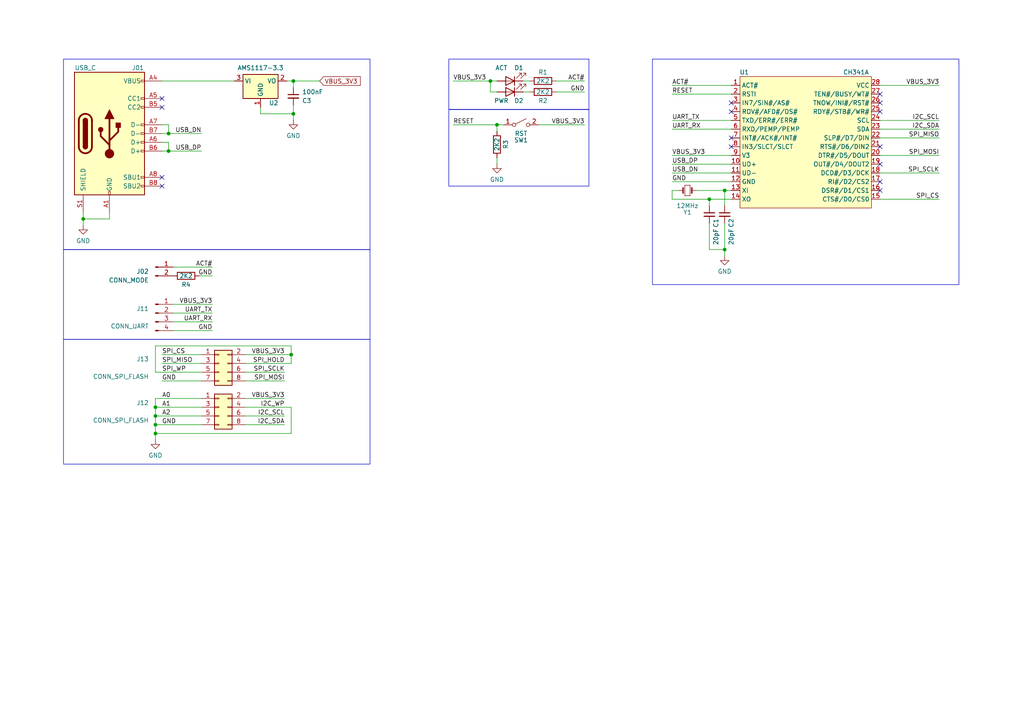
<source format=kicad_sch>
(kicad_sch (version 20250114) (generator "eeschema") (generator_version "9.0")
  (paper "A4")
  (title_block (title "CH341A USB-C Breakout") (date "2025-05-09") (rev "MkI") (company "ADBeta"))
  (lib_symbols
    (symbol "Connector:Conn_01x02_Pin" (pin_names (offset 1.016) (hide yes))
      (property "Reference" "J" (at 0 2.54 0))
      (property "Value" "Conn_01x02_Pin" (at 0 -5.08 0))
      (symbol "Conn_01x02_Pin_1_1"
        (rectangle (start 0.8636 0.127) (end 0 -0.127) (stroke (width 0.1524)) (fill (type outline)))
        (rectangle (start 0.8636 -2.413) (end 0 -2.667) (stroke (width 0.1524)) (fill (type outline)))
        (polyline (pts (xy 1.27 0) (xy 0.8636 0)) (stroke (width 0.1524)))
        (polyline (pts (xy 1.27 -2.54) (xy 0.8636 -2.54)) (stroke (width 0.1524)))
        (pin passive line (at 5.08 0 180) (length 3.81) (name "Pin_1") (number "1"))
        (pin passive line (at 5.08 -2.54 180) (length 3.81) (name "Pin_2") (number "2"))
      )
    )
    (symbol "Connector:Conn_01x04_Pin" (pin_names (offset 1.016) (hide yes))
      (property "Reference" "J" (at 0 5.08 0))
      (property "Value" "Conn_01x04_Pin" (at 0 -7.62 0))
      (symbol "Conn_01x04_Pin_1_1"
        (rectangle (start 0.8636 2.667) (end 0 2.413) (stroke (width 0.1524)) (fill (type outline)))
        (rectangle (start 0.8636 0.127) (end 0 -0.127) (stroke (width 0.1524)) (fill (type outline)))
        (rectangle (start 0.8636 -2.413) (end 0 -2.667) (stroke (width 0.1524)) (fill (type outline)))
        (rectangle (start 0.8636 -4.953) (end 0 -5.207) (stroke (width 0.1524)) (fill (type outline)))
        (polyline (pts (xy 1.27 2.54) (xy 0.8636 2.54)) (stroke (width 0.1524)))
        (polyline (pts (xy 1.27 0) (xy 0.8636 0)) (stroke (width 0.1524)))
        (polyline (pts (xy 1.27 -2.54) (xy 0.8636 -2.54)) (stroke (width 0.1524)))
        (polyline (pts (xy 1.27 -5.08) (xy 0.8636 -5.08)) (stroke (width 0.1524)))
        (pin passive line (at 5.08 2.54 180) (length 3.81) (name "Pin_1") (number "1"))
        (pin passive line (at 5.08 0 180) (length 3.81) (name "Pin_2") (number "2"))
        (pin passive line (at 5.08 -2.54 180) (length 3.81) (name "Pin_3") (number "3"))
        (pin passive line (at 5.08 -5.08 180) (length 3.81) (name "Pin_4") (number "4"))
      )
    )
    (symbol "Connector:USB_C_Receptacle_USB2.0_16P" (pin_names (offset 1.016))
      (property "Reference" "J" (at 0 22.225 0))
      (property "Value" "USB_C_Receptacle_USB2.0_16P" (at 0 19.685 0))
      (symbol "USB_C_Receptacle_USB2.0_16P_0_0"
        (rectangle (start -0.254 -17.78) (end 0.254 -16.764))
        (rectangle (start 10.16 15.494) (end 9.144 14.986))
        (rectangle (start 10.16 10.414) (end 9.144 9.906))
        (rectangle (start 10.16 7.874) (end 9.144 7.366))
        (rectangle (start 10.16 2.794) (end 9.144 2.286))
        (rectangle (start 10.16 0.254) (end 9.144 -0.254))
        (rectangle (start 10.16 -2.286) (end 9.144 -2.794))
        (rectangle (start 10.16 -4.826) (end 9.144 -5.334))
        (rectangle (start 10.16 -12.446) (end 9.144 -12.954))
        (rectangle (start 10.16 -14.986) (end 9.144 -15.494))
      )
      (symbol "USB_C_Receptacle_USB2.0_16P_0_1"
        (rectangle (start -10.16 17.78) (end 10.16 -17.78) (stroke (width 0.254)) (fill (type background)))
        (polyline (pts (xy -8.89 -3.81) (xy -8.89 3.81)) (stroke (width 0.508)))
        (rectangle (start -7.62 -3.81) (end -6.35 3.81) (stroke (width 0.254)) (fill (type outline)))
        (arc (start -7.62 3.81) (mid -6.985 4.4423) (end -6.35 3.81) (stroke (width 0.254)))
        (arc (start -7.62 3.81) (mid -6.985 4.4423) (end -6.35 3.81) (stroke (width 0.254)) (fill (type outline)))
        (arc (start -8.89 3.81) (mid -6.985 5.7067) (end -5.08 3.81) (stroke (width 0.508)))
        (arc (start -5.08 -3.81) (mid -6.985 -5.7067) (end -8.89 -3.81) (stroke (width 0.508)))
        (arc (start -6.35 -3.81) (mid -6.985 -4.4423) (end -7.62 -3.81) (stroke (width 0.254)))
        (arc (start -6.35 -3.81) (mid -6.985 -4.4423) (end -7.62 -3.81) (stroke (width 0.254)) (fill (type outline)))
        (polyline (pts (xy -5.08 3.81) (xy -5.08 -3.81)) (stroke (width 0.508)))
        (circle (center -2.54 1.143) (radius 0.635) (stroke (width 0.254)) (fill (type outline)))
        (polyline (pts (xy -1.27 4.318) (xy 0 6.858) (xy 1.27 4.318) (xy -1.27 4.318)) (stroke (width 0.254)) (fill (type outline)))
        (polyline (pts (xy 0 -2.032) (xy 2.54 0.508) (xy 2.54 1.778)) (stroke (width 0.508)))
        (polyline (pts (xy 0 -3.302) (xy -2.54 -0.762) (xy -2.54 0.508)) (stroke (width 0.508)))
        (polyline (pts (xy 0 -5.842) (xy 0 4.318)) (stroke (width 0.508)))
        (circle (center 0 -5.842) (radius 1.27) (fill (type outline)))
        (rectangle (start 1.905 1.778) (end 3.175 3.048) (stroke (width 0.254)) (fill (type outline)))
      )
      (symbol "USB_C_Receptacle_USB2.0_16P_1_1"
        (pin passive line (at -7.62 -22.86 90) (length 5.08) (name "SHIELD") (number "S1"))
        (pin passive line (at 0 -22.86 90) (length 5.08) (name "GND") (number "A1"))
        (pin passive line (at 0 -22.86 90) (length 5.08) (hide yes) (name "GND") (number "A12"))
        (pin passive line (at 0 -22.86 90) (length 5.08) (hide yes) (name "GND") (number "B1"))
        (pin passive line (at 0 -22.86 90) (length 5.08) (hide yes) (name "GND") (number "B12"))
        (pin passive line (at 15.24 15.24 180) (length 5.08) (name "VBUS") (number "A4"))
        (pin passive line (at 15.24 15.24 180) (length 5.08) (hide yes) (name "VBUS") (number "A9"))
        (pin passive line (at 15.24 15.24 180) (length 5.08) (hide yes) (name "VBUS") (number "B4"))
        (pin passive line (at 15.24 15.24 180) (length 5.08) (hide yes) (name "VBUS") (number "B9"))
        (pin bidirectional line (at 15.24 10.16 180) (length 5.08) (name "CC1") (number "A5"))
        (pin bidirectional line (at 15.24 7.62 180) (length 5.08) (name "CC2") (number "B5"))
        (pin bidirectional line (at 15.24 2.54 180) (length 5.08) (name "D-") (number "A7"))
        (pin bidirectional line (at 15.24 0 180) (length 5.08) (name "D-") (number "B7"))
        (pin bidirectional line (at 15.24 -2.54 180) (length 5.08) (name "D+") (number "A6"))
        (pin bidirectional line (at 15.24 -5.08 180) (length 5.08) (name "D+") (number "B6"))
        (pin bidirectional line (at 15.24 -12.7 180) (length 5.08) (name "SBU1") (number "A8"))
        (pin bidirectional line (at 15.24 -15.24 180) (length 5.08) (name "SBU2") (number "B8"))
      )
    )
    (symbol "Connector_Generic:Conn_02x04_Odd_Even" (pin_names (offset 1.016) (hide yes))
      (property "Reference" "J" (at 1.27 5.08 0))
      (property "Value" "Conn_02x04_Odd_Even" (at 1.27 -7.62 0))
      (symbol "Conn_02x04_Odd_Even_1_1"
        (rectangle (start -1.27 3.81) (end 3.81 -6.35) (stroke (width 0.254)) (fill (type background)))
        (rectangle (start -1.27 2.667) (end 0 2.413) (stroke (width 0.1524)))
        (rectangle (start -1.27 0.127) (end 0 -0.127) (stroke (width 0.1524)))
        (rectangle (start -1.27 -2.413) (end 0 -2.667) (stroke (width 0.1524)))
        (rectangle (start -1.27 -4.953) (end 0 -5.207) (stroke (width 0.1524)))
        (rectangle (start 3.81 2.667) (end 2.54 2.413) (stroke (width 0.1524)))
        (rectangle (start 3.81 0.127) (end 2.54 -0.127) (stroke (width 0.1524)))
        (rectangle (start 3.81 -2.413) (end 2.54 -2.667) (stroke (width 0.1524)))
        (rectangle (start 3.81 -4.953) (end 2.54 -5.207) (stroke (width 0.1524)))
        (pin passive line (at -5.08 2.54 0) (length 3.81) (name "Pin_1") (number "1"))
        (pin passive line (at -5.08 0 0) (length 3.81) (name "Pin_3") (number "3"))
        (pin passive line (at -5.08 -2.54 0) (length 3.81) (name "Pin_5") (number "5"))
        (pin passive line (at -5.08 -5.08 0) (length 3.81) (name "Pin_7") (number "7"))
        (pin passive line (at 7.62 2.54 180) (length 3.81) (name "Pin_2") (number "2"))
        (pin passive line (at 7.62 0 180) (length 3.81) (name "Pin_4") (number "4"))
        (pin passive line (at 7.62 -2.54 180) (length 3.81) (name "Pin_6") (number "6"))
        (pin passive line (at 7.62 -5.08 180) (length 3.81) (name "Pin_8") (number "8"))
      )
    )
    (symbol "Device:C_Small" (pin_numbers (hide yes)) (pin_names (offset 0.254) (hide yes))
      (property "Reference" "C" (at 0.254 1.778 0))
      (property "Value" "C_Small" (at 0.254 -2.032 0))
      (symbol "C_Small_0_1"
        (polyline (pts (xy -1.524 0.508) (xy 1.524 0.508)) (stroke (width 0.3048)))
        (polyline (pts (xy -1.524 -0.508) (xy 1.524 -0.508)) (stroke (width 0.3302)))
      )
      (symbol "C_Small_1_1"
        (pin passive line (at 0 2.54 270) (length 2.032) (name "~") (number "1"))
        (pin passive line (at 0 -2.54 90) (length 2.032) (name "~") (number "2"))
      )
    )
    (symbol "Device:Crystal_Small" (pin_numbers (hide yes)) (pin_names (offset 1.016) (hide yes))
      (property "Reference" "Y" (at 0 2.54 0))
      (property "Value" "Crystal_Small" (at 0 -2.54 0))
      (symbol "Crystal_Small_0_1"
        (polyline (pts (xy -1.27 -0.762) (xy -1.27 0.762)) (stroke (width 0.381)))
        (rectangle (start -0.762 -1.524) (end 0.762 1.524))
        (polyline (pts (xy 1.27 -0.762) (xy 1.27 0.762)) (stroke (width 0.381)))
      )
      (symbol "Crystal_Small_1_1"
        (pin passive line (at -2.54 0 0) (length 1.27) (name "1") (number "1"))
        (pin passive line (at 2.54 0 180) (length 1.27) (name "2") (number "2"))
      )
    )
    (symbol "Device:LED" (pin_numbers (hide yes)) (pin_names (offset 1.016) (hide yes))
      (property "Reference" "D" (at 0 2.54 0))
      (property "Value" "LED" (at 0 -2.54 0))
      (symbol "LED_0_1"
        (polyline (pts (xy -3.048 -0.762) (xy -4.572 -2.286) (xy -3.81 -2.286) (xy -4.572 -2.286) (xy -4.572 -1.524)))
        (polyline (pts (xy -1.778 -0.762) (xy -3.302 -2.286) (xy -2.54 -2.286) (xy -3.302 -2.286) (xy -3.302 -1.524)))
        (polyline (pts (xy -1.27 0) (xy 1.27 0)))
        (polyline (pts (xy -1.27 -1.27) (xy -1.27 1.27)) (stroke (width 0.254)))
        (polyline (pts (xy 1.27 -1.27) (xy 1.27 1.27) (xy -1.27 0) (xy 1.27 -1.27)) (stroke (width 0.254)))
      )
      (symbol "LED_1_1"
        (pin passive line (at -3.81 0 0) (length 2.54) (name "K") (number "1"))
        (pin passive line (at 3.81 0 180) (length 2.54) (name "A") (number "2"))
      )
    )
    (symbol "Device:R" (pin_numbers (hide yes)) (pin_names (offset 0))
      (property "Reference" "R" (at 2.032 0 90))
      (property "Value" "R" (at 0 0 90))
      (symbol "R_0_1"
        (rectangle (start -1.016 -2.54) (end 1.016 2.54) (stroke (width 0.254)))
      )
      (symbol "R_1_1"
        (pin passive line (at 0 3.81 270) (length 1.27) (name "~") (number "1"))
        (pin passive line (at 0 -3.81 90) (length 1.27) (name "~") (number "2"))
      )
    )
    (symbol "Regulator_Linear:AMS1117-3.3"
      (property "Reference" "U" (at -3.81 3.175 0))
      (property "Value" "AMS1117-3.3" (at 0 3.175 0))
      (symbol "AMS1117-3.3_0_1"
        (rectangle (start -5.08 -5.08) (end 5.08 1.905) (stroke (width 0.254)) (fill (type background)))
      )
      (symbol "AMS1117-3.3_1_1"
        (pin power_in line (at -7.62 0 0) (length 2.54) (name "VI") (number "3"))
        (pin power_in line (at 0 -7.62 90) (length 2.54) (name "GND") (number "1"))
        (pin power_out line (at 7.62 0 180) (length 2.54) (name "VO") (number "2"))
      )
    )
    (symbol "Switch:SW_SPST" (pin_names (offset 0) (hide yes))
      (property "Reference" "SW" (at 0 3.175 0))
      (property "Value" "SW_SPST" (at 0 -2.54 0))
      (symbol "SW_SPST_0_0"
        (circle (center -2.032 0) (radius 0.508))
        (polyline (pts (xy -1.524 0.254) (xy 1.524 1.778)))
        (circle (center 2.032 0) (radius 0.508))
      )
      (symbol "SW_SPST_1_1"
        (pin passive line (at -5.08 0 0) (length 2.54) (name "A") (number "1"))
        (pin passive line (at 5.08 0 180) (length 2.54) (name "B") (number "2"))
      )
    )
    (symbol "Symbols:CH341A"
      (property "Reference" "U" (at -18.542 20.32 0))
      (property "Value" "CH341A" (at 14.986 20.32 0))
      (symbol "CH341A_1_1"
        (rectangle (start -19.05 19.05) (end 19.05 -19.05) (fill (type background)))
        (pin input line (at -21.59 16.51 0) (length 2.54) (name "ACT#") (number "1"))
        (pin input line (at -21.59 13.97 0) (length 2.54) (name "RSTI") (number "2"))
        (pin input line (at -21.59 11.43 0) (length 2.54) (name "IN7/SIN#/AS#") (number "3"))
        (pin input line (at -21.59 8.89 0) (length 2.54) (name "ROV#/AFD#/DS#") (number "4"))
        (pin input line (at -21.59 6.35 0) (length 2.54) (name "TXD/ERR#/ERR#") (number "5"))
        (pin input line (at -21.59 3.81 0) (length 2.54) (name "RXD/PEMP/PEMP") (number "6"))
        (pin input line (at -21.59 1.27 0) (length 2.54) (name "INT#/ACK#/INT#") (number "7"))
        (pin input line (at -21.59 -1.27 0) (length 2.54) (name "IN3/SLCT/SLCT") (number "8"))
        (pin input line (at -21.59 -3.81 0) (length 2.54) (name "V3") (number "9"))
        (pin input line (at -21.59 -6.35 0) (length 2.54) (name "UD+") (number "10"))
        (pin input line (at -21.59 -8.89 0) (length 2.54) (name "UD-") (number "11"))
        (pin input line (at -21.59 -11.43 0) (length 2.54) (name "GND") (number "12"))
        (pin input line (at -21.59 -13.97 0) (length 2.54) (name "XI") (number "13"))
        (pin input line (at -21.59 -16.51 0) (length 2.54) (name "XO") (number "14"))
        (pin input line (at 21.59 16.51 180) (length 2.54) (name "VCC") (number "28"))
        (pin input line (at 21.59 13.97 180) (length 2.54) (name "TEN#/BUSY/WT#") (number "27"))
        (pin input line (at 21.59 11.43 180) (length 2.54) (name "TNOW/INI#/RST#") (number "26"))
        (pin input line (at 21.59 8.89 180) (length 2.54) (name "RDY#/STB#/WR#") (number "25"))
        (pin input line (at 21.59 6.35 180) (length 2.54) (name "SCL") (number "24"))
        (pin input line (at 21.59 3.81 180) (length 2.54) (name "SDA") (number "23"))
        (pin input line (at 21.59 1.27 180) (length 2.54) (name "SLP#/D7/DIN") (number "22"))
        (pin input line (at 21.59 -1.27 180) (length 2.54) (name "RTS#/D6/DIN2") (number "21"))
        (pin input line (at 21.59 -3.81 180) (length 2.54) (name "DTR#/D5/DOUT") (number "20"))
        (pin input line (at 21.59 -6.35 180) (length 2.54) (name "OUT#/D4/DOUT2") (number "19"))
        (pin input line (at 21.59 -8.89 180) (length 2.54) (name "DCD#/D3/DCK") (number "18"))
        (pin input line (at 21.59 -11.43 180) (length 2.54) (name "RI#/D2/CS2") (number "17"))
        (pin input line (at 21.59 -13.97 180) (length 2.54) (name "DSR#/D1/CS1") (number "16"))
        (pin input line (at 21.59 -16.51 180) (length 2.54) (name "CTS#/D0/CS0") (number "15"))
      )
    )
    (symbol "power:GND" (power) (pin_numbers (hide yes)) (pin_names (offset 0) (hide yes))
      (property "Value" "GND" (at 0 -3.81 0))
      (symbol "GND_0_1"
        (polyline (pts (xy 0 0) (xy 0 -1.27) (xy 1.27 -1.27) (xy 0 -2.54) (xy -1.27 -1.27) (xy 0 -1.27)))
      )
      (symbol "GND_1_1"
        (pin power_in line (at 0 0 270) (length 0) (name "~") (number "1"))
      )
    )
  )
  (rectangle (start 18.415 17.145) (end 107.315 72.39))
  (rectangle (start 189.23 17.145) (end 278.13 82.55))
  (rectangle (start 18.415 72.39) (end 107.315 98.425))
  (rectangle (start 18.415 98.425) (end 107.315 134.62))
  (rectangle (start 130.175 17.145) (end 170.815 31.75))
  (rectangle (start 130.175 31.75) (end 170.815 53.975))
  (junction (at 210.185 72.39))
  (junction (at 45.085 120.65))
  (junction (at 48.895 38.735))
  (junction (at 210.185 55.245))
  (junction (at 142.24 23.495))
  (junction (at 144.145 36.195))
  (junction (at 85.09 33.02))
  (junction (at 45.085 118.11))
  (junction (at 85.09 23.495))
  (junction (at 48.895 43.815))
  (junction (at 84.455 102.87))
  (junction (at 24.13 63.5))
  (junction (at 45.085 123.19))
  (junction (at 205.74 57.785))
  (junction (at 45.085 125.73))
  (no_connect (at 255.27 55.245))
  (no_connect (at 212.09 32.385))
  (no_connect (at 255.27 47.625))
  (no_connect (at 255.27 32.385))
  (no_connect (at 46.99 31.115))
  (no_connect (at 255.27 42.545))
  (no_connect (at 255.27 29.845))
  (no_connect (at 46.99 53.975))
  (no_connect (at 46.99 51.435))
  (no_connect (at 255.27 52.705))
  (no_connect (at 212.09 42.545))
  (no_connect (at 46.99 28.575))
  (no_connect (at 212.09 29.845))
  (no_connect (at 212.09 40.005))
  (no_connect (at 255.27 27.305))
  (wire (pts (xy 85.09 23.495) (xy 85.09 25.4)))
  (wire (pts (xy 142.24 26.67) (xy 144.145 26.67)))
  (wire (pts (xy 45.085 118.11) (xy 45.085 120.65)))
  (wire (pts (xy 71.12 123.19) (xy 82.55 123.19)))
  (wire (pts (xy 210.185 64.77) (xy 210.185 72.39)))
  (wire (pts (xy 205.74 57.785) (xy 212.09 57.785)))
  (wire (pts (xy 196.85 55.245) (xy 194.945 55.245)))
  (wire (pts (xy 46.99 105.41) (xy 58.42 105.41)))
  (wire (pts (xy 85.09 33.02) (xy 85.09 34.925)))
  (wire (pts (xy 255.27 40.005) (xy 272.415 40.005)))
  (wire (pts (xy 255.27 34.925) (xy 272.415 34.925)))
  (wire (pts (xy 156.21 36.195) (xy 169.545 36.195)))
  (wire (pts (xy 50.165 93.345) (xy 61.595 93.345)))
  (wire (pts (xy 85.09 30.48) (xy 85.09 33.02)))
  (wire (pts (xy 45.085 120.65) (xy 58.42 120.65)))
  (wire (pts (xy 71.12 118.11) (xy 84.455 118.11)))
  (wire (pts (xy 50.165 88.265) (xy 61.595 88.265)))
  (wire (pts (xy 50.165 90.805) (xy 61.595 90.805)))
  (wire (pts (xy 205.74 57.785) (xy 205.74 59.69)))
  (wire (pts (xy 45.085 123.19) (xy 45.085 125.73)))
  (wire (pts (xy 194.945 47.625) (xy 212.09 47.625)))
  (wire (pts (xy 45.085 107.95) (xy 58.42 107.95)))
  (wire (pts (xy 194.945 55.245) (xy 194.945 57.785)))
  (wire (pts (xy 194.945 52.705) (xy 212.09 52.705)))
  (wire (pts (xy 144.145 36.195) (xy 144.145 38.1)))
  (wire (pts (xy 151.765 23.495) (xy 153.67 23.495)))
  (wire (pts (xy 205.74 72.39) (xy 210.185 72.39)))
  (wire (pts (xy 46.99 38.735) (xy 48.895 38.735)))
  (wire (pts (xy 210.185 55.245) (xy 210.185 59.69)))
  (wire (pts (xy 142.24 23.495) (xy 142.24 26.67)))
  (wire (pts (xy 161.29 26.67) (xy 169.545 26.67)))
  (wire (pts (xy 45.085 120.65) (xy 45.085 123.19)))
  (wire (pts (xy 75.565 31.115) (xy 75.565 33.02)))
  (wire (pts (xy 84.455 125.73) (xy 45.085 125.73)))
  (wire (pts (xy 46.99 43.815) (xy 48.895 43.815)))
  (wire (pts (xy 161.29 23.495) (xy 169.545 23.495)))
  (wire (pts (xy 194.945 24.765) (xy 212.09 24.765)))
  (wire (pts (xy 210.185 55.245) (xy 212.09 55.245)))
  (wire (pts (xy 48.895 38.735) (xy 48.895 36.195)))
  (wire (pts (xy 194.945 34.925) (xy 212.09 34.925)))
  (wire (pts (xy 24.13 63.5) (xy 24.13 65.405)))
  (wire (pts (xy 131.445 36.195) (xy 144.145 36.195)))
  (wire (pts (xy 71.12 115.57) (xy 82.55 115.57)))
  (wire (pts (xy 45.085 100.33) (xy 84.455 100.33)))
  (wire (pts (xy 205.74 64.77) (xy 205.74 72.39)))
  (wire (pts (xy 255.27 24.765) (xy 272.415 24.765)))
  (wire (pts (xy 46.99 110.49) (xy 58.42 110.49)))
  (wire (pts (xy 255.27 37.465) (xy 272.415 37.465)))
  (wire (pts (xy 45.085 118.11) (xy 58.42 118.11)))
  (wire (pts (xy 194.945 45.085) (xy 212.09 45.085)))
  (wire (pts (xy 255.27 50.165) (xy 272.415 50.165)))
  (wire (pts (xy 71.12 102.87) (xy 84.455 102.87)))
  (wire (pts (xy 194.945 50.165) (xy 212.09 50.165)))
  (wire (pts (xy 57.785 80.01) (xy 61.595 80.01)))
  (wire (pts (xy 46.99 102.87) (xy 58.42 102.87)))
  (wire (pts (xy 48.895 41.275) (xy 46.99 41.275)))
  (wire (pts (xy 84.455 118.11) (xy 84.455 125.73)))
  (wire (pts (xy 255.27 57.785) (xy 272.415 57.785)))
  (wire (pts (xy 151.765 26.67) (xy 153.67 26.67)))
  (wire (pts (xy 144.145 45.72) (xy 144.145 47.625)))
  (wire (pts (xy 85.09 33.02) (xy 75.565 33.02)))
  (wire (pts (xy 45.085 115.57) (xy 58.42 115.57)))
  (wire (pts (xy 194.945 27.305) (xy 212.09 27.305)))
  (wire (pts (xy 71.12 105.41) (xy 84.455 105.41)))
  (wire (pts (xy 71.12 107.95) (xy 82.55 107.95)))
  (wire (pts (xy 71.12 120.65) (xy 82.55 120.65)))
  (wire (pts (xy 83.185 23.495) (xy 85.09 23.495)))
  (wire (pts (xy 146.05 36.195) (xy 144.145 36.195)))
  (wire (pts (xy 45.085 115.57) (xy 45.085 118.11)))
  (wire (pts (xy 255.27 45.085) (xy 272.415 45.085)))
  (wire (pts (xy 45.085 125.73) (xy 45.085 127.635)))
  (wire (pts (xy 84.455 100.33) (xy 84.455 102.87)))
  (wire (pts (xy 84.455 102.87) (xy 84.455 105.41)))
  (wire (pts (xy 45.085 123.19) (xy 58.42 123.19)))
  (wire (pts (xy 194.945 57.785) (xy 205.74 57.785)))
  (wire (pts (xy 210.185 72.39) (xy 210.185 74.295)))
  (wire (pts (xy 46.99 23.495) (xy 67.945 23.495)))
  (wire (pts (xy 24.13 63.5) (xy 24.13 61.595)))
  (wire (pts (xy 71.12 110.49) (xy 82.55 110.49)))
  (wire (pts (xy 45.085 107.95) (xy 45.085 100.33)))
  (wire (pts (xy 194.945 37.465) (xy 212.09 37.465)))
  (wire (pts (xy 201.93 55.245) (xy 210.185 55.245)))
  (wire (pts (xy 50.165 95.885) (xy 61.595 95.885)))
  (wire (pts (xy 48.895 36.195) (xy 46.99 36.195)))
  (wire (pts (xy 48.895 43.815) (xy 58.42 43.815)))
  (wire (pts (xy 131.445 23.495) (xy 142.24 23.495)))
  (wire (pts (xy 48.895 38.735) (xy 58.42 38.735)))
  (wire (pts (xy 31.75 63.5) (xy 24.13 63.5)))
  (wire (pts (xy 85.09 23.495) (xy 92.71 23.495)))
  (wire (pts (xy 144.145 23.495) (xy 142.24 23.495)))
  (wire (pts (xy 50.165 77.47) (xy 61.595 77.47)))
  (wire (pts (xy 48.895 43.815) (xy 48.895 41.275)))
  (wire (pts (xy 31.75 61.595) (xy 31.75 63.5)))
  (label "SPI_MISO" (at 272.415 40.005 180))
  (label "VBUS_3V3" (at 131.445 23.495 0))
  (label "VBUS_3V3" (at 169.545 36.195 180))
  (label "GND" (at 46.99 123.19 0))
  (label "SPI_SCLK" (at 82.55 107.95 180))
  (label "USB_DN" (at 194.945 50.165 0))
  (label "A1" (at 46.99 118.11 0))
  (label "SPI_CS" (at 46.99 102.87 0))
  (label "ACT#" (at 194.945 24.765 0))
  (label "SPI_MISO" (at 46.99 105.41 0))
  (label "UART_TX" (at 61.595 90.805 180))
  (label "USB_DP" (at 194.945 47.625 0))
  (label "A2" (at 46.99 120.65 0))
  (label "GND" (at 194.945 52.705 0))
  (label "A0" (at 46.99 115.57 0))
  (label "SPI_HOLD" (at 82.55 105.41 180))
  (label "ACT#" (at 61.595 77.47 180))
  (label "VBUS_3V3" (at 61.595 88.265 180))
  (label "USB_DN" (at 58.42 38.735 180))
  (label "SPI_CS" (at 272.415 57.785 180))
  (label "RESET" (at 131.445 36.195 0))
  (label "I2C_WP" (at 82.55 118.11 180))
  (label "SPI_MOSI" (at 272.415 45.085 180))
  (label "SPI_WP" (at 46.99 107.95 0))
  (label "I2C_SCL" (at 272.415 34.925 180))
  (label "UART_RX" (at 194.945 37.465 0))
  (label "I2C_SDA" (at 82.55 123.19 180))
  (label "USB_DP" (at 58.42 43.815 180))
  (label "GND" (at 46.99 110.49 0))
  (label "SPI_SCLK" (at 272.415 50.165 180))
  (label "VBUS_3V3" (at 82.55 102.87 180))
  (label "VBUS_3V3" (at 194.945 45.085 0))
  (label "GND" (at 61.595 95.885 180))
  (label "SPI_MOSI" (at 82.55 110.49 180))
  (label "VBUS_3V3" (at 82.55 115.57 180))
  (label "I2C_SCL" (at 82.55 120.65 180))
  (label "GND" (at 61.595 80.01 180))
  (label "I2C_SDA" (at 272.415 37.465 180))
  (label "UART_TX" (at 194.945 34.925 0))
  (label "VBUS_3V3" (at 272.415 24.765 180))
  (label "RESET" (at 194.945 27.305 0))
  (label "GND" (at 169.545 26.67 180))
  (label "ACT#" (at 169.545 23.495 180))
  (label "UART_RX" (at 61.595 93.345 180))
  (global_label "VBUS_3V3" (shape input) (at 92.71 23.495 0) (property "Intersheetrefs" "${INTERSHEET_REFS}" (effects (hide yes))))
  (symbol (lib_id "Device:LED") (at 147.955 26.67 180) (unit 1)
    (property "Reference" "D2" (at 150.495 29.21 0))
    (property "Value" "PWR" (at 145.415 29.21 0))
    (property "Footprint" "LED_SMD:LED_0603_1608Metric" (effects (hide yes)))
    (property "Description" "Light emitting diode" (effects (hide yes)))
    (property "Sim.Pins" "1=K 2=A" (effects (hide yes)))
  )
  (symbol (lib_id "Device:C_Small") (at 85.09 27.94 0) (unit 1)
    (property "Reference" "C3" (at 87.63 29.21 0) (effects (justify left)))
    (property "Value" "100nF" (at 87.63 26.67 0) (effects (justify left)))
    (property "Footprint" "Capacitor_SMD:C_0603_1608Metric" (effects (hide yes)))
    (property "Description" "Unpolarized capacitor, small symbol" (effects (hide yes)))
  )
  (symbol (lib_id "Connector:USB_C_Receptacle_USB2.0_16P") (at 31.75 38.735 0) (unit 1)
    (property "Reference" "J01" (at 40.005 19.685 0))
    (property "Value" "USB_C" (at 24.765 19.685 0))
    (property "Footprint" "Connector_USB:USB_C_Receptacle_G-Switch_GT-USB-7010ASV" (effects (hide yes)))
    (property "Datasheet" "https://www.usb.org/sites/default/files/documents/usb_type-c.zip" (effects (hide yes)))
    (property "Description" "USB 2.0-only 16P Type-C Receptacle connector" (effects (hide yes)))
  )
  (symbol (lib_id "Device:R") (at 157.48 26.67 90) (unit 1)
    (property "Reference" "R2" (at 157.48 29.21 90))
    (property "Value" "2K2" (at 157.48 26.67 90))
    (property "Footprint" "Resistor_SMD:R_0603_1608Metric" (effects (hide yes)))
    (property "Description" "Resistor" (effects (hide yes)))
  )
  (symbol (lib_id "Connector_Generic:Conn_02x04_Odd_Even") (at 63.5 118.11 0) (unit 1)
    (property "Reference" "J12" (at 43.18 116.84 0) (effects (justify right)))
    (property "Value" "CONN_SPI_FLASH" (at 43.18 121.92 0) (effects (justify right)))
    (property "Description" "Generic connector, double row, 02x04, odd/even pin numbering scheme (row 1 odd numbers, row 2 even numbers), script generated (kicad-library-utils/schlib/autogen/connector/)" (effects (hide yes)))
  )
  (symbol (lib_id "Connector_Generic:Conn_02x04_Odd_Even") (at 63.5 105.41 0) (unit 1)
    (property "Reference" "J13" (at 43.18 104.14 0) (effects (justify right)))
    (property "Value" "CONN_SPI_FLASH" (at 43.18 109.22 0) (effects (justify right)))
    (property "Description" "Generic connector, double row, 02x04, odd/even pin numbering scheme (row 1 odd numbers, row 2 even numbers), script generated (kicad-library-utils/schlib/autogen/connector/)" (effects (hide yes)))
  )
  (symbol (lib_id "Device:Crystal_Small") (at 199.39 55.245 0) (unit 1)
    (property "Reference" "Y1" (at 199.39 61.595 0))
    (property "Value" "12MHz" (at 199.39 59.69 0))
    (property "Footprint" "Crystal:Crystal_HC49-U_Vertical" (effects (hide yes)))
    (property "Description" "Two pin crystal, small symbol" (effects (hide yes)))
  )
  (symbol (lib_id "power:GND") (at 144.145 47.625 0) (unit 1)
    (property "Reference" "#PWR02" (effects (hide yes)))
    (property "Value" "GND" (at 144.145 52.07 0))
    (property "Description" "Power symbol creates a global label with name \"GND\" , ground" (effects (hide yes)))
  )
  (symbol (lib_id "Device:R") (at 157.48 23.495 90) (unit 1)
    (property "Reference" "R1" (at 157.48 20.955 90))
    (property "Value" "2K2" (at 157.48 23.495 90))
    (property "Footprint" "Resistor_SMD:R_0603_1608Metric" (effects (hide yes)))
    (property "Description" "Resistor" (effects (hide yes)))
  )
  (symbol (lib_id "Device:LED") (at 147.955 23.495 180) (unit 1)
    (property "Reference" "D1" (at 150.495 19.685 0))
    (property "Value" "ACT" (at 145.415 19.685 0))
    (property "Footprint" "LED_SMD:LED_0603_1608Metric" (effects (hide yes)))
    (property "Description" "Light emitting diode" (effects (hide yes)))
    (property "Sim.Pins" "1=K 2=A" (effects (hide yes)))
  )
  (symbol (lib_id "Device:C_Small") (at 210.185 62.23 0) (unit 1)
    (property "Reference" "C2" (at 212.09 66.04 90) (effects (justify left)))
    (property "Value" "20pF" (at 212.09 71.12 90) (effects (justify left)))
    (property "Footprint" "Capacitor_SMD:C_0603_1608Metric" (effects (hide yes)))
    (property "Description" "Unpolarized capacitor, small symbol" (effects (hide yes)))
  )
  (symbol (lib_id "power:GND") (at 45.085 127.635 0) (unit 1)
    (property "Reference" "#PWR05" (effects (hide yes)))
    (property "Value" "GND" (at 45.085 132.08 0))
    (property "Description" "Power symbol creates a global label with name \"GND\" , ground" (effects (hide yes)))
  )
  (symbol (lib_id "power:GND") (at 24.13 65.405 0) (unit 1)
    (property "Reference" "#PWR03" (effects (hide yes)))
    (property "Value" "GND" (at 24.13 69.85 0))
    (property "Description" "Power symbol creates a global label with name \"GND\" , ground" (effects (hide yes)))
  )
  (symbol (lib_id "Switch:SW_SPST") (at 151.13 36.195 0) (unit 1)
    (property "Reference" "SW1" (at 151.13 40.64 0))
    (property "Value" "RST" (at 151.13 38.735 0))
    (property "Footprint" "Button_Switch_SMD:SW_SPST_SKQG_WithoutStem" (effects (hide yes)))
    (property "Description" "Single Pole Single Throw (SPST) switch" (effects (hide yes)))
  )
  (symbol (lib_id "Device:R") (at 144.145 41.91 180) (unit 1)
    (property "Reference" "R3" (at 146.685 41.91 90))
    (property "Value" "2K2" (at 144.145 41.91 90))
    (property "Footprint" "Resistor_SMD:R_0603_1608Metric" (effects (hide yes)))
    (property "Description" "Resistor" (effects (hide yes)))
  )
  (symbol (lib_id "power:GND") (at 85.09 34.925 0) (unit 1)
    (property "Reference" "#PWR04" (effects (hide yes)))
    (property "Value" "GND" (at 85.09 39.37 0))
    (property "Description" "Power symbol creates a global label with name \"GND\" , ground" (effects (hide yes)))
  )
  (symbol (lib_id "Connector:Conn_01x02_Pin") (at 45.085 77.47 0) (unit 1)
    (property "Reference" "J02" (at 43.18 78.74 0) (effects (justify right)))
    (property "Value" "CONN_MODE" (at 43.18 81.28 0) (effects (justify right)))
    (property "Footprint" "Connector_PinHeader_2.54mm:PinHeader_1x02_P2.54mm_Vertical" (effects (hide yes)))
    (property "Description" "Generic connector, single row, 01x02, script generated" (effects (hide yes)))
  )
  (symbol (lib_id "Regulator_Linear:AMS1117-3.3") (at 75.565 23.495 0) (unit 1)
    (property "Reference" "U2" (at 79.375 29.845 0))
    (property "Value" "AMS1117-3.3" (at 75.565 19.685 0))
    (property "Footprint" "Package_TO_SOT_SMD:SOT-223-3_TabPin2" (effects (hide yes)))
    (property "Datasheet" "http://www.advanced-monolithic.com/pdf/ds1117.pdf" (effects (hide yes)))
    (property "Description" "1A Low Dropout regulator, positive, 3.3V fixed output, SOT-223" (effects (hide yes)))
  )
  (symbol (lib_id "power:GND") (at 210.185 74.295 0) (unit 1)
    (property "Reference" "#PWR01" (effects (hide yes)))
    (property "Value" "GND" (at 210.185 78.74 0))
    (property "Description" "Power symbol creates a global label with name \"GND\" , ground" (effects (hide yes)))
  )
  (symbol (lib_id "Symbols:CH341A") (at 233.68 41.275 0) (unit 1)
    (property "Reference" "U1" (at 215.9 20.955 0))
    (property "Value" "CH341A" (at 248.285 20.955 0))
    (property "Footprint" "Package_SO:SOIC-28W_7.5x17.9mm_P1.27mm" (effects (hide yes)))
  )
  (symbol (lib_id "Connector:Conn_01x04_Pin") (at 45.085 90.805 0) (unit 1)
    (property "Reference" "J11" (at 43.18 89.535 0) (effects (justify right)))
    (property "Value" "CONN_UART" (at 43.18 94.615 0) (effects (justify right)))
    (property "Footprint" "Connector_PinHeader_2.54mm:PinHeader_1x04_P2.54mm_Vertical" (effects (hide yes)))
    (property "Description" "Generic connector, single row, 01x04, script generated" (effects (hide yes)))
  )
  (symbol (lib_id "Device:R") (at 53.975 80.01 90) (unit 1)
    (property "Reference" "R4" (at 53.975 82.55 90))
    (property "Value" "2K2" (at 53.975 80.01 90))
    (property "Footprint" "Resistor_SMD:R_0603_1608Metric" (effects (hide yes)))
    (property "Description" "Resistor" (effects (hide yes)))
  )
  (symbol (lib_id "Device:C_Small") (at 205.74 62.23 0) (unit 1)
    (property "Reference" "C1" (at 207.645 66.04 90) (effects (justify left)))
    (property "Value" "20pF" (at 207.645 71.12 90) (effects (justify left)))
    (property "Footprint" "Capacitor_SMD:C_0603_1608Metric" (effects (hide yes)))
    (property "Description" "Unpolarized capacitor, small symbol" (effects (hide yes)))
  )
)
</source>
